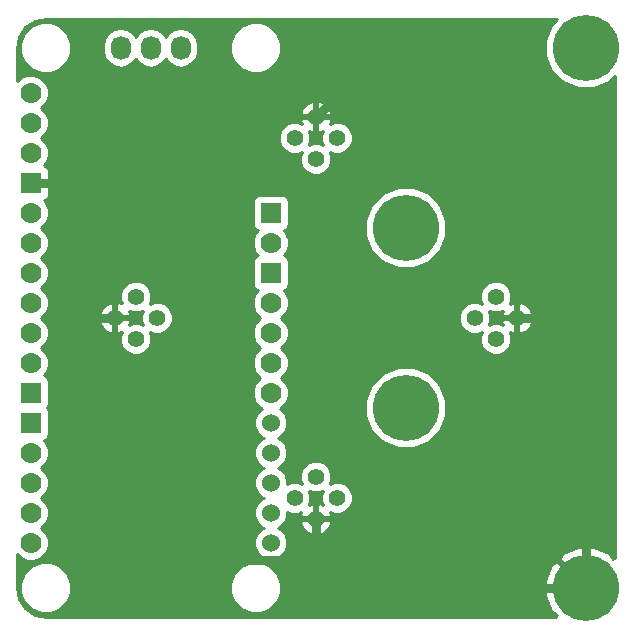
<source format=gbl>
%TF.GenerationSoftware,KiCad,Pcbnew,4.0.6-e0-6349~53~ubuntu16.04.1*%
%TF.CreationDate,2017-04-03T21:37:27+05:30*%
%TF.ProjectId,feather_v3,666561746865725F76332E6B69636164,rev?*%
%TF.FileFunction,Copper,L2,Bot,Signal*%
%FSLAX46Y46*%
G04 Gerber Fmt 4.6, Leading zero omitted, Abs format (unit mm)*
G04 Created by KiCad (PCBNEW 4.0.6-e0-6349~53~ubuntu16.04.1) date Mon Apr  3 21:37:27 2017*
%MOMM*%
%LPD*%
G01*
G04 APERTURE LIST*
%ADD10C,0.101600*%
%ADD11R,1.778000X1.778000*%
%ADD12C,1.778000*%
%ADD13C,1.524000*%
%ADD14O,1.727200X2.032000*%
%ADD15C,1.397000*%
%ADD16C,5.600000*%
%ADD17C,0.762000*%
%ADD18C,0.254000*%
G04 APERTURE END LIST*
D10*
D11*
X77470000Y-105410000D03*
X97790000Y-107950000D03*
X97790000Y-113030000D03*
X77470000Y-123190000D03*
X77470000Y-125730000D03*
D12*
X77470000Y-97790000D03*
X77470000Y-100330000D03*
X77470000Y-102870000D03*
X77470000Y-107950000D03*
X77470000Y-110490000D03*
X77470000Y-113030000D03*
X77470000Y-115570000D03*
X77470000Y-118110000D03*
X77470000Y-120650000D03*
X77470000Y-128270000D03*
X77470000Y-130810000D03*
X77470000Y-133350000D03*
X77470000Y-135890000D03*
D13*
X97790000Y-135890000D03*
X97790000Y-133350000D03*
X97790000Y-130810000D03*
X97790000Y-128270000D03*
X97790000Y-125730000D03*
D12*
X97790000Y-123190000D03*
X97790000Y-120650000D03*
X97790000Y-118110000D03*
X97790000Y-115570000D03*
X97790000Y-110490000D03*
D14*
X90170000Y-93980000D03*
X87630000Y-93980000D03*
X85090000Y-93980000D03*
D15*
X101600000Y-130283949D03*
X99803949Y-132080000D03*
X101600000Y-133876051D03*
X103396051Y-132080000D03*
D16*
X109220002Y-124460000D03*
X124460000Y-139700000D03*
X124460000Y-93980000D03*
X109220000Y-109220000D03*
D15*
X116840000Y-118636051D03*
X118636051Y-116840000D03*
X116840000Y-115043949D03*
X115043949Y-116840000D03*
X103396051Y-101600000D03*
X101600000Y-99803949D03*
X99803949Y-101600000D03*
X101600000Y-103396051D03*
X84563949Y-116840000D03*
X86360000Y-118636051D03*
X88156051Y-116840000D03*
X86360000Y-115043949D03*
D17*
X82550000Y-114826051D02*
X82550000Y-116840000D01*
X82550000Y-116840000D02*
X82550000Y-135255000D01*
X84563949Y-116840000D02*
X82550000Y-116840000D01*
X86563201Y-137363201D02*
X86995000Y-137363201D01*
X86995000Y-137363201D02*
X100761799Y-137363201D01*
X82550000Y-135255000D02*
X84658201Y-137363201D01*
X84658201Y-137363201D02*
X86995000Y-137363201D01*
X100761799Y-137363201D02*
X101600000Y-137363201D01*
X101600000Y-137363201D02*
X110693201Y-137363201D01*
X101600000Y-133876051D02*
X101600000Y-137363201D01*
X110693201Y-137363201D02*
X113030000Y-139700000D01*
X124460000Y-123190000D02*
X124460000Y-116840000D01*
X124460000Y-116840000D02*
X124460000Y-102870000D01*
X118636051Y-116840000D02*
X124460000Y-116840000D01*
X124460000Y-102870000D02*
X118745000Y-97155000D01*
X118745000Y-97155000D02*
X115570000Y-97155000D01*
X124460000Y-123190000D02*
X124460000Y-122663949D01*
X124460000Y-139700000D02*
X124460000Y-123190000D01*
X115570000Y-97155000D02*
X104248949Y-97155000D01*
X104248949Y-97155000D02*
X101600000Y-99803949D01*
X113030000Y-139700000D02*
X124460000Y-139700000D01*
X82550000Y-107315000D02*
X82550000Y-114826051D01*
X80645000Y-105410000D02*
X82550000Y-107315000D01*
X77470000Y-105410000D02*
X80645000Y-105410000D01*
D18*
G36*
X121549646Y-92031688D02*
X121025597Y-93293739D01*
X121024405Y-94660266D01*
X121546250Y-95923229D01*
X122511688Y-96890354D01*
X123773739Y-97414403D01*
X125140266Y-97415595D01*
X126403229Y-96893750D01*
X126925000Y-96372889D01*
X126925000Y-137215524D01*
X126844934Y-137135458D01*
X126732734Y-137247658D01*
X126414499Y-136793797D01*
X125153566Y-136267064D01*
X123787044Y-136262965D01*
X122522973Y-136782122D01*
X122505501Y-136793797D01*
X122187265Y-137247660D01*
X124460000Y-139520395D01*
X124474143Y-139506253D01*
X124653748Y-139685858D01*
X124639605Y-139700000D01*
X124653748Y-139714143D01*
X124474143Y-139893748D01*
X124460000Y-139879605D01*
X124445858Y-139893748D01*
X124266253Y-139714143D01*
X124280395Y-139700000D01*
X122007660Y-137427265D01*
X121553797Y-137745501D01*
X121027064Y-139006434D01*
X121022965Y-140372956D01*
X121542122Y-141637027D01*
X121553797Y-141654499D01*
X122007658Y-141972734D01*
X121895458Y-142084934D01*
X121975524Y-142165000D01*
X78809931Y-142165000D01*
X77802007Y-141964512D01*
X77006817Y-141433183D01*
X76475488Y-140637993D01*
X76373959Y-140127567D01*
X76580626Y-140127567D01*
X76908622Y-140921377D01*
X77515428Y-141529244D01*
X78308664Y-141858624D01*
X79167567Y-141859374D01*
X79961377Y-141531378D01*
X80569244Y-140924572D01*
X80898624Y-140131336D01*
X80898627Y-140127567D01*
X94360626Y-140127567D01*
X94688622Y-140921377D01*
X95295428Y-141529244D01*
X96088664Y-141858624D01*
X96947567Y-141859374D01*
X97741377Y-141531378D01*
X98349244Y-140924572D01*
X98678624Y-140131336D01*
X98679374Y-139272433D01*
X98351378Y-138478623D01*
X97744572Y-137870756D01*
X96951336Y-137541376D01*
X96092433Y-137540626D01*
X95298623Y-137868622D01*
X94690756Y-138475428D01*
X94361376Y-139268664D01*
X94360626Y-140127567D01*
X80898627Y-140127567D01*
X80899374Y-139272433D01*
X80571378Y-138478623D01*
X79964572Y-137870756D01*
X79171336Y-137541376D01*
X78312433Y-137540626D01*
X77518623Y-137868622D01*
X76910756Y-138475428D01*
X76581376Y-139268664D01*
X76580626Y-140127567D01*
X76373959Y-140127567D01*
X76275000Y-139630069D01*
X76275000Y-136850058D01*
X76605596Y-137181231D01*
X77165528Y-137413735D01*
X77771812Y-137414264D01*
X78332149Y-137182738D01*
X78761231Y-136754404D01*
X78993735Y-136194472D01*
X78994264Y-135588188D01*
X78762738Y-135027851D01*
X78355263Y-134619664D01*
X78761231Y-134214404D01*
X78993735Y-133654472D01*
X78994264Y-133048188D01*
X78762738Y-132487851D01*
X78355263Y-132079664D01*
X78761231Y-131674404D01*
X78993735Y-131114472D01*
X78994264Y-130508188D01*
X78762738Y-129947851D01*
X78355263Y-129539664D01*
X78761231Y-129134404D01*
X78993735Y-128574472D01*
X78994264Y-127968188D01*
X78762738Y-127407851D01*
X78580052Y-127224846D01*
X78594317Y-127222162D01*
X78810441Y-127083090D01*
X78955431Y-126870890D01*
X79006440Y-126619000D01*
X79006440Y-124841000D01*
X78962162Y-124605683D01*
X78867834Y-124459093D01*
X78955431Y-124330890D01*
X79006440Y-124079000D01*
X79006440Y-122301000D01*
X78962162Y-122065683D01*
X78823090Y-121849559D01*
X78610890Y-121704569D01*
X78577506Y-121697809D01*
X78761231Y-121514404D01*
X78993735Y-120954472D01*
X78994264Y-120348188D01*
X78762738Y-119787851D01*
X78355263Y-119379664D01*
X78761231Y-118974404D01*
X78993735Y-118414472D01*
X78994264Y-117808188D01*
X78762738Y-117247851D01*
X78692210Y-117177199D01*
X83246801Y-117177199D01*
X83476103Y-117655582D01*
X83871020Y-118009800D01*
X84226750Y-118157148D01*
X84436949Y-118034141D01*
X84436949Y-116967000D01*
X83369808Y-116967000D01*
X83246801Y-117177199D01*
X78692210Y-117177199D01*
X78355263Y-116839664D01*
X78692714Y-116502801D01*
X83246801Y-116502801D01*
X83369808Y-116713000D01*
X84436949Y-116713000D01*
X84436949Y-116646251D01*
X84578090Y-116646251D01*
X84757698Y-116825859D01*
X84870557Y-116713000D01*
X85758090Y-116713000D01*
X85881097Y-116502801D01*
X85753141Y-116235851D01*
X86093587Y-116377217D01*
X86624086Y-116377680D01*
X86962130Y-116238003D01*
X86822783Y-116573587D01*
X86822320Y-117104086D01*
X86961997Y-117442130D01*
X86626413Y-117302783D01*
X86095914Y-117302320D01*
X85774211Y-117435245D01*
X85881097Y-117177199D01*
X85758090Y-116967000D01*
X84870557Y-116967000D01*
X84757698Y-116854141D01*
X84578090Y-117033749D01*
X84690949Y-117146608D01*
X84690949Y-118034141D01*
X84901148Y-118157148D01*
X85168098Y-118029192D01*
X85026732Y-118369638D01*
X85026269Y-118900137D01*
X85228854Y-119390431D01*
X85603647Y-119765878D01*
X86093587Y-119969319D01*
X86624086Y-119969782D01*
X87114380Y-119767197D01*
X87489827Y-119392404D01*
X87693268Y-118902464D01*
X87693731Y-118371965D01*
X87554054Y-118033921D01*
X87889638Y-118173268D01*
X88420137Y-118173731D01*
X88910431Y-117971146D01*
X89285878Y-117596353D01*
X89489319Y-117106413D01*
X89489782Y-116575914D01*
X89287197Y-116085620D01*
X88912404Y-115710173D01*
X88422464Y-115506732D01*
X87891965Y-115506269D01*
X87553921Y-115645946D01*
X87693268Y-115310362D01*
X87693731Y-114779863D01*
X87491146Y-114289569D01*
X87116353Y-113914122D01*
X86626413Y-113710681D01*
X86095914Y-113710218D01*
X85605620Y-113912803D01*
X85230173Y-114287596D01*
X85026732Y-114777536D01*
X85026269Y-115308035D01*
X85159194Y-115629738D01*
X84901148Y-115522852D01*
X84690949Y-115645859D01*
X84690949Y-116533392D01*
X84578090Y-116646251D01*
X84436949Y-116646251D01*
X84436949Y-115645859D01*
X84226750Y-115522852D01*
X83748367Y-115752154D01*
X83394149Y-116147071D01*
X83246801Y-116502801D01*
X78692714Y-116502801D01*
X78761231Y-116434404D01*
X78993735Y-115874472D01*
X78994264Y-115268188D01*
X78762738Y-114707851D01*
X78355263Y-114299664D01*
X78761231Y-113894404D01*
X78993735Y-113334472D01*
X78994264Y-112728188D01*
X78762738Y-112167851D01*
X78355263Y-111759664D01*
X78761231Y-111354404D01*
X78993735Y-110794472D01*
X78994264Y-110188188D01*
X78762738Y-109627851D01*
X78355263Y-109219664D01*
X78761231Y-108814404D01*
X78993735Y-108254472D01*
X78994264Y-107648188D01*
X78762738Y-107087851D01*
X78735934Y-107061000D01*
X96253560Y-107061000D01*
X96253560Y-108839000D01*
X96297838Y-109074317D01*
X96436910Y-109290441D01*
X96649110Y-109435431D01*
X96682494Y-109442191D01*
X96498769Y-109625596D01*
X96266265Y-110185528D01*
X96265736Y-110791812D01*
X96497262Y-111352149D01*
X96679948Y-111535154D01*
X96665683Y-111537838D01*
X96449559Y-111676910D01*
X96304569Y-111889110D01*
X96253560Y-112141000D01*
X96253560Y-113919000D01*
X96297838Y-114154317D01*
X96436910Y-114370441D01*
X96649110Y-114515431D01*
X96682494Y-114522191D01*
X96498769Y-114705596D01*
X96266265Y-115265528D01*
X96265736Y-115871812D01*
X96497262Y-116432149D01*
X96904737Y-116840336D01*
X96498769Y-117245596D01*
X96266265Y-117805528D01*
X96265736Y-118411812D01*
X96497262Y-118972149D01*
X96904737Y-119380336D01*
X96498769Y-119785596D01*
X96266265Y-120345528D01*
X96265736Y-120951812D01*
X96497262Y-121512149D01*
X96904737Y-121920336D01*
X96498769Y-122325596D01*
X96266265Y-122885528D01*
X96265736Y-123491812D01*
X96497262Y-124052149D01*
X96925596Y-124481231D01*
X97039519Y-124528536D01*
X96999697Y-124544990D01*
X96606371Y-124937630D01*
X96393243Y-125450900D01*
X96392758Y-126006661D01*
X96604990Y-126520303D01*
X96997630Y-126913629D01*
X97205512Y-126999949D01*
X96999697Y-127084990D01*
X96606371Y-127477630D01*
X96393243Y-127990900D01*
X96392758Y-128546661D01*
X96604990Y-129060303D01*
X96997630Y-129453629D01*
X97205512Y-129539949D01*
X96999697Y-129624990D01*
X96606371Y-130017630D01*
X96393243Y-130530900D01*
X96392758Y-131086661D01*
X96604990Y-131600303D01*
X96997630Y-131993629D01*
X97205512Y-132079949D01*
X96999697Y-132164990D01*
X96606371Y-132557630D01*
X96393243Y-133070900D01*
X96392758Y-133626661D01*
X96604990Y-134140303D01*
X96997630Y-134533629D01*
X97205512Y-134619949D01*
X96999697Y-134704990D01*
X96606371Y-135097630D01*
X96393243Y-135610900D01*
X96392758Y-136166661D01*
X96604990Y-136680303D01*
X96997630Y-137073629D01*
X97510900Y-137286757D01*
X98066661Y-137287242D01*
X98580303Y-137075010D01*
X98973629Y-136682370D01*
X99186757Y-136169100D01*
X99187242Y-135613339D01*
X98975010Y-135099697D01*
X98582370Y-134706371D01*
X98374488Y-134620051D01*
X98580303Y-134535010D01*
X98902625Y-134213250D01*
X100282852Y-134213250D01*
X100512154Y-134691633D01*
X100907071Y-135045851D01*
X101262801Y-135193199D01*
X101473000Y-135070192D01*
X101473000Y-134003051D01*
X101727000Y-134003051D01*
X101727000Y-135070192D01*
X101937199Y-135193199D01*
X102415582Y-134963897D01*
X102769800Y-134568980D01*
X102917148Y-134213250D01*
X102794141Y-134003051D01*
X101727000Y-134003051D01*
X101473000Y-134003051D01*
X100405859Y-134003051D01*
X100282852Y-134213250D01*
X98902625Y-134213250D01*
X98973629Y-134142370D01*
X99186757Y-133629100D01*
X99187072Y-133267743D01*
X99537536Y-133413268D01*
X100068035Y-133413731D01*
X100389738Y-133280806D01*
X100282852Y-133538852D01*
X100405859Y-133749051D01*
X101293392Y-133749051D01*
X101406251Y-133861910D01*
X101585859Y-133682302D01*
X101473000Y-133569443D01*
X101473000Y-132681910D01*
X101262801Y-132558903D01*
X100995851Y-132686859D01*
X101137217Y-132346413D01*
X101137680Y-131815914D01*
X100998003Y-131477870D01*
X101333587Y-131617217D01*
X101864086Y-131617680D01*
X102202130Y-131478003D01*
X102062783Y-131813587D01*
X102062320Y-132344086D01*
X102195245Y-132665789D01*
X101937199Y-132558903D01*
X101727000Y-132681910D01*
X101727000Y-133569443D01*
X101614141Y-133682302D01*
X101793749Y-133861910D01*
X101906608Y-133749051D01*
X102794141Y-133749051D01*
X102917148Y-133538852D01*
X102789192Y-133271902D01*
X103129638Y-133413268D01*
X103660137Y-133413731D01*
X104150431Y-133211146D01*
X104525878Y-132836353D01*
X104729319Y-132346413D01*
X104729782Y-131815914D01*
X104527197Y-131325620D01*
X104152404Y-130950173D01*
X103662464Y-130746732D01*
X103131965Y-130746269D01*
X102793921Y-130885946D01*
X102933268Y-130550362D01*
X102933731Y-130019863D01*
X102731146Y-129529569D01*
X102356353Y-129154122D01*
X101866413Y-128950681D01*
X101335914Y-128950218D01*
X100845620Y-129152803D01*
X100470173Y-129527596D01*
X100266732Y-130017536D01*
X100266269Y-130548035D01*
X100405946Y-130886079D01*
X100070362Y-130746732D01*
X99539863Y-130746269D01*
X99186929Y-130892098D01*
X99187242Y-130533339D01*
X98975010Y-130019697D01*
X98582370Y-129626371D01*
X98374488Y-129540051D01*
X98580303Y-129455010D01*
X98973629Y-129062370D01*
X99186757Y-128549100D01*
X99187242Y-127993339D01*
X98975010Y-127479697D01*
X98582370Y-127086371D01*
X98374488Y-127000051D01*
X98580303Y-126915010D01*
X98973629Y-126522370D01*
X99186757Y-126009100D01*
X99187242Y-125453339D01*
X99057884Y-125140266D01*
X105784407Y-125140266D01*
X106306252Y-126403229D01*
X107271690Y-127370354D01*
X108533741Y-127894403D01*
X109900268Y-127895595D01*
X111163231Y-127373750D01*
X112130356Y-126408312D01*
X112654405Y-125146261D01*
X112655597Y-123779734D01*
X112133752Y-122516771D01*
X111168314Y-121549646D01*
X109906263Y-121025597D01*
X108539736Y-121024405D01*
X107276773Y-121546250D01*
X106309648Y-122511688D01*
X105785599Y-123773739D01*
X105784407Y-125140266D01*
X99057884Y-125140266D01*
X98975010Y-124939697D01*
X98582370Y-124546371D01*
X98540361Y-124528928D01*
X98652149Y-124482738D01*
X99081231Y-124054404D01*
X99313735Y-123494472D01*
X99314264Y-122888188D01*
X99082738Y-122327851D01*
X98675263Y-121919664D01*
X99081231Y-121514404D01*
X99313735Y-120954472D01*
X99314264Y-120348188D01*
X99082738Y-119787851D01*
X98675263Y-119379664D01*
X99081231Y-118974404D01*
X99313735Y-118414472D01*
X99314264Y-117808188D01*
X99082738Y-117247851D01*
X98939224Y-117104086D01*
X113710218Y-117104086D01*
X113912803Y-117594380D01*
X114287596Y-117969827D01*
X114777536Y-118173268D01*
X115308035Y-118173731D01*
X115646079Y-118034054D01*
X115506732Y-118369638D01*
X115506269Y-118900137D01*
X115708854Y-119390431D01*
X116083647Y-119765878D01*
X116573587Y-119969319D01*
X117104086Y-119969782D01*
X117594380Y-119767197D01*
X117969827Y-119392404D01*
X118173268Y-118902464D01*
X118173731Y-118371965D01*
X118040806Y-118050262D01*
X118298852Y-118157148D01*
X118509051Y-118034141D01*
X118509051Y-117146608D01*
X118621910Y-117033749D01*
X118555161Y-116967000D01*
X118763051Y-116967000D01*
X118763051Y-118034141D01*
X118973250Y-118157148D01*
X119451633Y-117927846D01*
X119805851Y-117532929D01*
X119953199Y-117177199D01*
X119830192Y-116967000D01*
X118763051Y-116967000D01*
X118555161Y-116967000D01*
X118442302Y-116854141D01*
X118329443Y-116967000D01*
X117441910Y-116967000D01*
X117318903Y-117177199D01*
X117446859Y-117444149D01*
X117106413Y-117302783D01*
X116575914Y-117302320D01*
X116237870Y-117441997D01*
X116377217Y-117106413D01*
X116377680Y-116575914D01*
X116238003Y-116237870D01*
X116573587Y-116377217D01*
X117104086Y-116377680D01*
X117425789Y-116244755D01*
X117318903Y-116502801D01*
X117441910Y-116713000D01*
X118329443Y-116713000D01*
X118442302Y-116825859D01*
X118621910Y-116646251D01*
X118509051Y-116533392D01*
X118509051Y-115645859D01*
X118763051Y-115645859D01*
X118763051Y-116713000D01*
X119830192Y-116713000D01*
X119953199Y-116502801D01*
X119723897Y-116024418D01*
X119328980Y-115670200D01*
X118973250Y-115522852D01*
X118763051Y-115645859D01*
X118509051Y-115645859D01*
X118298852Y-115522852D01*
X118031902Y-115650808D01*
X118173268Y-115310362D01*
X118173731Y-114779863D01*
X117971146Y-114289569D01*
X117596353Y-113914122D01*
X117106413Y-113710681D01*
X116575914Y-113710218D01*
X116085620Y-113912803D01*
X115710173Y-114287596D01*
X115506732Y-114777536D01*
X115506269Y-115308035D01*
X115645946Y-115646079D01*
X115310362Y-115506732D01*
X114779863Y-115506269D01*
X114289569Y-115708854D01*
X113914122Y-116083647D01*
X113710681Y-116573587D01*
X113710218Y-117104086D01*
X98939224Y-117104086D01*
X98675263Y-116839664D01*
X99081231Y-116434404D01*
X99313735Y-115874472D01*
X99314264Y-115268188D01*
X99082738Y-114707851D01*
X98900052Y-114524846D01*
X98914317Y-114522162D01*
X99130441Y-114383090D01*
X99275431Y-114170890D01*
X99326440Y-113919000D01*
X99326440Y-112141000D01*
X99282162Y-111905683D01*
X99143090Y-111689559D01*
X98930890Y-111544569D01*
X98897506Y-111537809D01*
X99081231Y-111354404D01*
X99313735Y-110794472D01*
X99314264Y-110188188D01*
X99195298Y-109900266D01*
X105784405Y-109900266D01*
X106306250Y-111163229D01*
X107271688Y-112130354D01*
X108533739Y-112654403D01*
X109900266Y-112655595D01*
X111163229Y-112133750D01*
X112130354Y-111168312D01*
X112654403Y-109906261D01*
X112655595Y-108539734D01*
X112133750Y-107276771D01*
X111168312Y-106309646D01*
X109906261Y-105785597D01*
X108539734Y-105784405D01*
X107276771Y-106306250D01*
X106309646Y-107271688D01*
X105785597Y-108533739D01*
X105784405Y-109900266D01*
X99195298Y-109900266D01*
X99082738Y-109627851D01*
X98900052Y-109444846D01*
X98914317Y-109442162D01*
X99130441Y-109303090D01*
X99275431Y-109090890D01*
X99326440Y-108839000D01*
X99326440Y-107061000D01*
X99282162Y-106825683D01*
X99143090Y-106609559D01*
X98930890Y-106464569D01*
X98679000Y-106413560D01*
X96901000Y-106413560D01*
X96665683Y-106457838D01*
X96449559Y-106596910D01*
X96304569Y-106809110D01*
X96253560Y-107061000D01*
X78735934Y-107061000D01*
X78572926Y-106897708D01*
X78718699Y-106837327D01*
X78897327Y-106658698D01*
X78994000Y-106425309D01*
X78994000Y-105695750D01*
X78835250Y-105537000D01*
X77597000Y-105537000D01*
X77597000Y-105557000D01*
X77343000Y-105557000D01*
X77343000Y-105537000D01*
X77323000Y-105537000D01*
X77323000Y-105283000D01*
X77343000Y-105283000D01*
X77343000Y-105263000D01*
X77597000Y-105263000D01*
X77597000Y-105283000D01*
X78835250Y-105283000D01*
X78994000Y-105124250D01*
X78994000Y-104394691D01*
X78897327Y-104161302D01*
X78718699Y-103982673D01*
X78572989Y-103922318D01*
X78761231Y-103734404D01*
X78993735Y-103174472D01*
X78994264Y-102568188D01*
X78762738Y-102007851D01*
X78619224Y-101864086D01*
X98470218Y-101864086D01*
X98672803Y-102354380D01*
X99047596Y-102729827D01*
X99537536Y-102933268D01*
X100068035Y-102933731D01*
X100406079Y-102794054D01*
X100266732Y-103129638D01*
X100266269Y-103660137D01*
X100468854Y-104150431D01*
X100843647Y-104525878D01*
X101333587Y-104729319D01*
X101864086Y-104729782D01*
X102354380Y-104527197D01*
X102729827Y-104152404D01*
X102933268Y-103662464D01*
X102933731Y-103131965D01*
X102794054Y-102793921D01*
X103129638Y-102933268D01*
X103660137Y-102933731D01*
X104150431Y-102731146D01*
X104525878Y-102356353D01*
X104729319Y-101866413D01*
X104729782Y-101335914D01*
X104527197Y-100845620D01*
X104152404Y-100470173D01*
X103662464Y-100266732D01*
X103131965Y-100266269D01*
X102810262Y-100399194D01*
X102917148Y-100141148D01*
X102794141Y-99930949D01*
X101906608Y-99930949D01*
X101793749Y-99818090D01*
X101614141Y-99997698D01*
X101727000Y-100110557D01*
X101727000Y-100998090D01*
X101937199Y-101121097D01*
X102204149Y-100993141D01*
X102062783Y-101333587D01*
X102062320Y-101864086D01*
X102201997Y-102202130D01*
X101866413Y-102062783D01*
X101335914Y-102062320D01*
X100997870Y-102201997D01*
X101137217Y-101866413D01*
X101137680Y-101335914D01*
X101004755Y-101014211D01*
X101262801Y-101121097D01*
X101473000Y-100998090D01*
X101473000Y-100110557D01*
X101585859Y-99997698D01*
X101406251Y-99818090D01*
X101293392Y-99930949D01*
X100405859Y-99930949D01*
X100282852Y-100141148D01*
X100410808Y-100408098D01*
X100070362Y-100266732D01*
X99539863Y-100266269D01*
X99049569Y-100468854D01*
X98674122Y-100843647D01*
X98470681Y-101333587D01*
X98470218Y-101864086D01*
X78619224Y-101864086D01*
X78355263Y-101599664D01*
X78761231Y-101194404D01*
X78993735Y-100634472D01*
X78994264Y-100028188D01*
X78762738Y-99467851D01*
X78761639Y-99466750D01*
X100282852Y-99466750D01*
X100405859Y-99676949D01*
X101473000Y-99676949D01*
X101473000Y-98609808D01*
X101727000Y-98609808D01*
X101727000Y-99676949D01*
X102794141Y-99676949D01*
X102917148Y-99466750D01*
X102687846Y-98988367D01*
X102292929Y-98634149D01*
X101937199Y-98486801D01*
X101727000Y-98609808D01*
X101473000Y-98609808D01*
X101262801Y-98486801D01*
X100784418Y-98716103D01*
X100430200Y-99111020D01*
X100282852Y-99466750D01*
X78761639Y-99466750D01*
X78355263Y-99059664D01*
X78761231Y-98654404D01*
X78993735Y-98094472D01*
X78994264Y-97488188D01*
X78762738Y-96927851D01*
X78334404Y-96498769D01*
X77774472Y-96266265D01*
X77168188Y-96265736D01*
X76607851Y-96497262D01*
X76275000Y-96829533D01*
X76275000Y-94407567D01*
X76580626Y-94407567D01*
X76908622Y-95201377D01*
X77515428Y-95809244D01*
X78308664Y-96138624D01*
X79167567Y-96139374D01*
X79961377Y-95811378D01*
X80569244Y-95204572D01*
X80898624Y-94411336D01*
X80899161Y-93795255D01*
X83591400Y-93795255D01*
X83591400Y-94164745D01*
X83705474Y-94738234D01*
X84030330Y-95224415D01*
X84516511Y-95549271D01*
X85090000Y-95663345D01*
X85663489Y-95549271D01*
X86149670Y-95224415D01*
X86360000Y-94909634D01*
X86570330Y-95224415D01*
X87056511Y-95549271D01*
X87630000Y-95663345D01*
X88203489Y-95549271D01*
X88689670Y-95224415D01*
X88900000Y-94909634D01*
X89110330Y-95224415D01*
X89596511Y-95549271D01*
X90170000Y-95663345D01*
X90743489Y-95549271D01*
X91229670Y-95224415D01*
X91554526Y-94738234D01*
X91620299Y-94407567D01*
X94360626Y-94407567D01*
X94688622Y-95201377D01*
X95295428Y-95809244D01*
X96088664Y-96138624D01*
X96947567Y-96139374D01*
X97741377Y-95811378D01*
X98349244Y-95204572D01*
X98678624Y-94411336D01*
X98679374Y-93552433D01*
X98351378Y-92758623D01*
X97744572Y-92150756D01*
X96951336Y-91821376D01*
X96092433Y-91820626D01*
X95298623Y-92148622D01*
X94690756Y-92755428D01*
X94361376Y-93548664D01*
X94360626Y-94407567D01*
X91620299Y-94407567D01*
X91668600Y-94164745D01*
X91668600Y-93795255D01*
X91554526Y-93221766D01*
X91229670Y-92735585D01*
X90743489Y-92410729D01*
X90170000Y-92296655D01*
X89596511Y-92410729D01*
X89110330Y-92735585D01*
X88900000Y-93050366D01*
X88689670Y-92735585D01*
X88203489Y-92410729D01*
X87630000Y-92296655D01*
X87056511Y-92410729D01*
X86570330Y-92735585D01*
X86360000Y-93050366D01*
X86149670Y-92735585D01*
X85663489Y-92410729D01*
X85090000Y-92296655D01*
X84516511Y-92410729D01*
X84030330Y-92735585D01*
X83705474Y-93221766D01*
X83591400Y-93795255D01*
X80899161Y-93795255D01*
X80899374Y-93552433D01*
X80571378Y-92758623D01*
X79964572Y-92150756D01*
X79171336Y-91821376D01*
X78312433Y-91820626D01*
X77518623Y-92148622D01*
X76910756Y-92755428D01*
X76581376Y-93548664D01*
X76580626Y-94407567D01*
X76275000Y-94407567D01*
X76275000Y-94049931D01*
X76475488Y-93042007D01*
X77006817Y-92246817D01*
X77802007Y-91715488D01*
X78809931Y-91515000D01*
X122067237Y-91515000D01*
X121549646Y-92031688D01*
X121549646Y-92031688D01*
G37*
X121549646Y-92031688D02*
X121025597Y-93293739D01*
X121024405Y-94660266D01*
X121546250Y-95923229D01*
X122511688Y-96890354D01*
X123773739Y-97414403D01*
X125140266Y-97415595D01*
X126403229Y-96893750D01*
X126925000Y-96372889D01*
X126925000Y-137215524D01*
X126844934Y-137135458D01*
X126732734Y-137247658D01*
X126414499Y-136793797D01*
X125153566Y-136267064D01*
X123787044Y-136262965D01*
X122522973Y-136782122D01*
X122505501Y-136793797D01*
X122187265Y-137247660D01*
X124460000Y-139520395D01*
X124474143Y-139506253D01*
X124653748Y-139685858D01*
X124639605Y-139700000D01*
X124653748Y-139714143D01*
X124474143Y-139893748D01*
X124460000Y-139879605D01*
X124445858Y-139893748D01*
X124266253Y-139714143D01*
X124280395Y-139700000D01*
X122007660Y-137427265D01*
X121553797Y-137745501D01*
X121027064Y-139006434D01*
X121022965Y-140372956D01*
X121542122Y-141637027D01*
X121553797Y-141654499D01*
X122007658Y-141972734D01*
X121895458Y-142084934D01*
X121975524Y-142165000D01*
X78809931Y-142165000D01*
X77802007Y-141964512D01*
X77006817Y-141433183D01*
X76475488Y-140637993D01*
X76373959Y-140127567D01*
X76580626Y-140127567D01*
X76908622Y-140921377D01*
X77515428Y-141529244D01*
X78308664Y-141858624D01*
X79167567Y-141859374D01*
X79961377Y-141531378D01*
X80569244Y-140924572D01*
X80898624Y-140131336D01*
X80898627Y-140127567D01*
X94360626Y-140127567D01*
X94688622Y-140921377D01*
X95295428Y-141529244D01*
X96088664Y-141858624D01*
X96947567Y-141859374D01*
X97741377Y-141531378D01*
X98349244Y-140924572D01*
X98678624Y-140131336D01*
X98679374Y-139272433D01*
X98351378Y-138478623D01*
X97744572Y-137870756D01*
X96951336Y-137541376D01*
X96092433Y-137540626D01*
X95298623Y-137868622D01*
X94690756Y-138475428D01*
X94361376Y-139268664D01*
X94360626Y-140127567D01*
X80898627Y-140127567D01*
X80899374Y-139272433D01*
X80571378Y-138478623D01*
X79964572Y-137870756D01*
X79171336Y-137541376D01*
X78312433Y-137540626D01*
X77518623Y-137868622D01*
X76910756Y-138475428D01*
X76581376Y-139268664D01*
X76580626Y-140127567D01*
X76373959Y-140127567D01*
X76275000Y-139630069D01*
X76275000Y-136850058D01*
X76605596Y-137181231D01*
X77165528Y-137413735D01*
X77771812Y-137414264D01*
X78332149Y-137182738D01*
X78761231Y-136754404D01*
X78993735Y-136194472D01*
X78994264Y-135588188D01*
X78762738Y-135027851D01*
X78355263Y-134619664D01*
X78761231Y-134214404D01*
X78993735Y-133654472D01*
X78994264Y-133048188D01*
X78762738Y-132487851D01*
X78355263Y-132079664D01*
X78761231Y-131674404D01*
X78993735Y-131114472D01*
X78994264Y-130508188D01*
X78762738Y-129947851D01*
X78355263Y-129539664D01*
X78761231Y-129134404D01*
X78993735Y-128574472D01*
X78994264Y-127968188D01*
X78762738Y-127407851D01*
X78580052Y-127224846D01*
X78594317Y-127222162D01*
X78810441Y-127083090D01*
X78955431Y-126870890D01*
X79006440Y-126619000D01*
X79006440Y-124841000D01*
X78962162Y-124605683D01*
X78867834Y-124459093D01*
X78955431Y-124330890D01*
X79006440Y-124079000D01*
X79006440Y-122301000D01*
X78962162Y-122065683D01*
X78823090Y-121849559D01*
X78610890Y-121704569D01*
X78577506Y-121697809D01*
X78761231Y-121514404D01*
X78993735Y-120954472D01*
X78994264Y-120348188D01*
X78762738Y-119787851D01*
X78355263Y-119379664D01*
X78761231Y-118974404D01*
X78993735Y-118414472D01*
X78994264Y-117808188D01*
X78762738Y-117247851D01*
X78692210Y-117177199D01*
X83246801Y-117177199D01*
X83476103Y-117655582D01*
X83871020Y-118009800D01*
X84226750Y-118157148D01*
X84436949Y-118034141D01*
X84436949Y-116967000D01*
X83369808Y-116967000D01*
X83246801Y-117177199D01*
X78692210Y-117177199D01*
X78355263Y-116839664D01*
X78692714Y-116502801D01*
X83246801Y-116502801D01*
X83369808Y-116713000D01*
X84436949Y-116713000D01*
X84436949Y-116646251D01*
X84578090Y-116646251D01*
X84757698Y-116825859D01*
X84870557Y-116713000D01*
X85758090Y-116713000D01*
X85881097Y-116502801D01*
X85753141Y-116235851D01*
X86093587Y-116377217D01*
X86624086Y-116377680D01*
X86962130Y-116238003D01*
X86822783Y-116573587D01*
X86822320Y-117104086D01*
X86961997Y-117442130D01*
X86626413Y-117302783D01*
X86095914Y-117302320D01*
X85774211Y-117435245D01*
X85881097Y-117177199D01*
X85758090Y-116967000D01*
X84870557Y-116967000D01*
X84757698Y-116854141D01*
X84578090Y-117033749D01*
X84690949Y-117146608D01*
X84690949Y-118034141D01*
X84901148Y-118157148D01*
X85168098Y-118029192D01*
X85026732Y-118369638D01*
X85026269Y-118900137D01*
X85228854Y-119390431D01*
X85603647Y-119765878D01*
X86093587Y-119969319D01*
X86624086Y-119969782D01*
X87114380Y-119767197D01*
X87489827Y-119392404D01*
X87693268Y-118902464D01*
X87693731Y-118371965D01*
X87554054Y-118033921D01*
X87889638Y-118173268D01*
X88420137Y-118173731D01*
X88910431Y-117971146D01*
X89285878Y-117596353D01*
X89489319Y-117106413D01*
X89489782Y-116575914D01*
X89287197Y-116085620D01*
X88912404Y-115710173D01*
X88422464Y-115506732D01*
X87891965Y-115506269D01*
X87553921Y-115645946D01*
X87693268Y-115310362D01*
X87693731Y-114779863D01*
X87491146Y-114289569D01*
X87116353Y-113914122D01*
X86626413Y-113710681D01*
X86095914Y-113710218D01*
X85605620Y-113912803D01*
X85230173Y-114287596D01*
X85026732Y-114777536D01*
X85026269Y-115308035D01*
X85159194Y-115629738D01*
X84901148Y-115522852D01*
X84690949Y-115645859D01*
X84690949Y-116533392D01*
X84578090Y-116646251D01*
X84436949Y-116646251D01*
X84436949Y-115645859D01*
X84226750Y-115522852D01*
X83748367Y-115752154D01*
X83394149Y-116147071D01*
X83246801Y-116502801D01*
X78692714Y-116502801D01*
X78761231Y-116434404D01*
X78993735Y-115874472D01*
X78994264Y-115268188D01*
X78762738Y-114707851D01*
X78355263Y-114299664D01*
X78761231Y-113894404D01*
X78993735Y-113334472D01*
X78994264Y-112728188D01*
X78762738Y-112167851D01*
X78355263Y-111759664D01*
X78761231Y-111354404D01*
X78993735Y-110794472D01*
X78994264Y-110188188D01*
X78762738Y-109627851D01*
X78355263Y-109219664D01*
X78761231Y-108814404D01*
X78993735Y-108254472D01*
X78994264Y-107648188D01*
X78762738Y-107087851D01*
X78735934Y-107061000D01*
X96253560Y-107061000D01*
X96253560Y-108839000D01*
X96297838Y-109074317D01*
X96436910Y-109290441D01*
X96649110Y-109435431D01*
X96682494Y-109442191D01*
X96498769Y-109625596D01*
X96266265Y-110185528D01*
X96265736Y-110791812D01*
X96497262Y-111352149D01*
X96679948Y-111535154D01*
X96665683Y-111537838D01*
X96449559Y-111676910D01*
X96304569Y-111889110D01*
X96253560Y-112141000D01*
X96253560Y-113919000D01*
X96297838Y-114154317D01*
X96436910Y-114370441D01*
X96649110Y-114515431D01*
X96682494Y-114522191D01*
X96498769Y-114705596D01*
X96266265Y-115265528D01*
X96265736Y-115871812D01*
X96497262Y-116432149D01*
X96904737Y-116840336D01*
X96498769Y-117245596D01*
X96266265Y-117805528D01*
X96265736Y-118411812D01*
X96497262Y-118972149D01*
X96904737Y-119380336D01*
X96498769Y-119785596D01*
X96266265Y-120345528D01*
X96265736Y-120951812D01*
X96497262Y-121512149D01*
X96904737Y-121920336D01*
X96498769Y-122325596D01*
X96266265Y-122885528D01*
X96265736Y-123491812D01*
X96497262Y-124052149D01*
X96925596Y-124481231D01*
X97039519Y-124528536D01*
X96999697Y-124544990D01*
X96606371Y-124937630D01*
X96393243Y-125450900D01*
X96392758Y-126006661D01*
X96604990Y-126520303D01*
X96997630Y-126913629D01*
X97205512Y-126999949D01*
X96999697Y-127084990D01*
X96606371Y-127477630D01*
X96393243Y-127990900D01*
X96392758Y-128546661D01*
X96604990Y-129060303D01*
X96997630Y-129453629D01*
X97205512Y-129539949D01*
X96999697Y-129624990D01*
X96606371Y-130017630D01*
X96393243Y-130530900D01*
X96392758Y-131086661D01*
X96604990Y-131600303D01*
X96997630Y-131993629D01*
X97205512Y-132079949D01*
X96999697Y-132164990D01*
X96606371Y-132557630D01*
X96393243Y-133070900D01*
X96392758Y-133626661D01*
X96604990Y-134140303D01*
X96997630Y-134533629D01*
X97205512Y-134619949D01*
X96999697Y-134704990D01*
X96606371Y-135097630D01*
X96393243Y-135610900D01*
X96392758Y-136166661D01*
X96604990Y-136680303D01*
X96997630Y-137073629D01*
X97510900Y-137286757D01*
X98066661Y-137287242D01*
X98580303Y-137075010D01*
X98973629Y-136682370D01*
X99186757Y-136169100D01*
X99187242Y-135613339D01*
X98975010Y-135099697D01*
X98582370Y-134706371D01*
X98374488Y-134620051D01*
X98580303Y-134535010D01*
X98902625Y-134213250D01*
X100282852Y-134213250D01*
X100512154Y-134691633D01*
X100907071Y-135045851D01*
X101262801Y-135193199D01*
X101473000Y-135070192D01*
X101473000Y-134003051D01*
X101727000Y-134003051D01*
X101727000Y-135070192D01*
X101937199Y-135193199D01*
X102415582Y-134963897D01*
X102769800Y-134568980D01*
X102917148Y-134213250D01*
X102794141Y-134003051D01*
X101727000Y-134003051D01*
X101473000Y-134003051D01*
X100405859Y-134003051D01*
X100282852Y-134213250D01*
X98902625Y-134213250D01*
X98973629Y-134142370D01*
X99186757Y-133629100D01*
X99187072Y-133267743D01*
X99537536Y-133413268D01*
X100068035Y-133413731D01*
X100389738Y-133280806D01*
X100282852Y-133538852D01*
X100405859Y-133749051D01*
X101293392Y-133749051D01*
X101406251Y-133861910D01*
X101585859Y-133682302D01*
X101473000Y-133569443D01*
X101473000Y-132681910D01*
X101262801Y-132558903D01*
X100995851Y-132686859D01*
X101137217Y-132346413D01*
X101137680Y-131815914D01*
X100998003Y-131477870D01*
X101333587Y-131617217D01*
X101864086Y-131617680D01*
X102202130Y-131478003D01*
X102062783Y-131813587D01*
X102062320Y-132344086D01*
X102195245Y-132665789D01*
X101937199Y-132558903D01*
X101727000Y-132681910D01*
X101727000Y-133569443D01*
X101614141Y-133682302D01*
X101793749Y-133861910D01*
X101906608Y-133749051D01*
X102794141Y-133749051D01*
X102917148Y-133538852D01*
X102789192Y-133271902D01*
X103129638Y-133413268D01*
X103660137Y-133413731D01*
X104150431Y-133211146D01*
X104525878Y-132836353D01*
X104729319Y-132346413D01*
X104729782Y-131815914D01*
X104527197Y-131325620D01*
X104152404Y-130950173D01*
X103662464Y-130746732D01*
X103131965Y-130746269D01*
X102793921Y-130885946D01*
X102933268Y-130550362D01*
X102933731Y-130019863D01*
X102731146Y-129529569D01*
X102356353Y-129154122D01*
X101866413Y-128950681D01*
X101335914Y-128950218D01*
X100845620Y-129152803D01*
X100470173Y-129527596D01*
X100266732Y-130017536D01*
X100266269Y-130548035D01*
X100405946Y-130886079D01*
X100070362Y-130746732D01*
X99539863Y-130746269D01*
X99186929Y-130892098D01*
X99187242Y-130533339D01*
X98975010Y-130019697D01*
X98582370Y-129626371D01*
X98374488Y-129540051D01*
X98580303Y-129455010D01*
X98973629Y-129062370D01*
X99186757Y-128549100D01*
X99187242Y-127993339D01*
X98975010Y-127479697D01*
X98582370Y-127086371D01*
X98374488Y-127000051D01*
X98580303Y-126915010D01*
X98973629Y-126522370D01*
X99186757Y-126009100D01*
X99187242Y-125453339D01*
X99057884Y-125140266D01*
X105784407Y-125140266D01*
X106306252Y-126403229D01*
X107271690Y-127370354D01*
X108533741Y-127894403D01*
X109900268Y-127895595D01*
X111163231Y-127373750D01*
X112130356Y-126408312D01*
X112654405Y-125146261D01*
X112655597Y-123779734D01*
X112133752Y-122516771D01*
X111168314Y-121549646D01*
X109906263Y-121025597D01*
X108539736Y-121024405D01*
X107276773Y-121546250D01*
X106309648Y-122511688D01*
X105785599Y-123773739D01*
X105784407Y-125140266D01*
X99057884Y-125140266D01*
X98975010Y-124939697D01*
X98582370Y-124546371D01*
X98540361Y-124528928D01*
X98652149Y-124482738D01*
X99081231Y-124054404D01*
X99313735Y-123494472D01*
X99314264Y-122888188D01*
X99082738Y-122327851D01*
X98675263Y-121919664D01*
X99081231Y-121514404D01*
X99313735Y-120954472D01*
X99314264Y-120348188D01*
X99082738Y-119787851D01*
X98675263Y-119379664D01*
X99081231Y-118974404D01*
X99313735Y-118414472D01*
X99314264Y-117808188D01*
X99082738Y-117247851D01*
X98939224Y-117104086D01*
X113710218Y-117104086D01*
X113912803Y-117594380D01*
X114287596Y-117969827D01*
X114777536Y-118173268D01*
X115308035Y-118173731D01*
X115646079Y-118034054D01*
X115506732Y-118369638D01*
X115506269Y-118900137D01*
X115708854Y-119390431D01*
X116083647Y-119765878D01*
X116573587Y-119969319D01*
X117104086Y-119969782D01*
X117594380Y-119767197D01*
X117969827Y-119392404D01*
X118173268Y-118902464D01*
X118173731Y-118371965D01*
X118040806Y-118050262D01*
X118298852Y-118157148D01*
X118509051Y-118034141D01*
X118509051Y-117146608D01*
X118621910Y-117033749D01*
X118555161Y-116967000D01*
X118763051Y-116967000D01*
X118763051Y-118034141D01*
X118973250Y-118157148D01*
X119451633Y-117927846D01*
X119805851Y-117532929D01*
X119953199Y-117177199D01*
X119830192Y-116967000D01*
X118763051Y-116967000D01*
X118555161Y-116967000D01*
X118442302Y-116854141D01*
X118329443Y-116967000D01*
X117441910Y-116967000D01*
X117318903Y-117177199D01*
X117446859Y-117444149D01*
X117106413Y-117302783D01*
X116575914Y-117302320D01*
X116237870Y-117441997D01*
X116377217Y-117106413D01*
X116377680Y-116575914D01*
X116238003Y-116237870D01*
X116573587Y-116377217D01*
X117104086Y-116377680D01*
X117425789Y-116244755D01*
X117318903Y-116502801D01*
X117441910Y-116713000D01*
X118329443Y-116713000D01*
X118442302Y-116825859D01*
X118621910Y-116646251D01*
X118509051Y-116533392D01*
X118509051Y-115645859D01*
X118763051Y-115645859D01*
X118763051Y-116713000D01*
X119830192Y-116713000D01*
X119953199Y-116502801D01*
X119723897Y-116024418D01*
X119328980Y-115670200D01*
X118973250Y-115522852D01*
X118763051Y-115645859D01*
X118509051Y-115645859D01*
X118298852Y-115522852D01*
X118031902Y-115650808D01*
X118173268Y-115310362D01*
X118173731Y-114779863D01*
X117971146Y-114289569D01*
X117596353Y-113914122D01*
X117106413Y-113710681D01*
X116575914Y-113710218D01*
X116085620Y-113912803D01*
X115710173Y-114287596D01*
X115506732Y-114777536D01*
X115506269Y-115308035D01*
X115645946Y-115646079D01*
X115310362Y-115506732D01*
X114779863Y-115506269D01*
X114289569Y-115708854D01*
X113914122Y-116083647D01*
X113710681Y-116573587D01*
X113710218Y-117104086D01*
X98939224Y-117104086D01*
X98675263Y-116839664D01*
X99081231Y-116434404D01*
X99313735Y-115874472D01*
X99314264Y-115268188D01*
X99082738Y-114707851D01*
X98900052Y-114524846D01*
X98914317Y-114522162D01*
X99130441Y-114383090D01*
X99275431Y-114170890D01*
X99326440Y-113919000D01*
X99326440Y-112141000D01*
X99282162Y-111905683D01*
X99143090Y-111689559D01*
X98930890Y-111544569D01*
X98897506Y-111537809D01*
X99081231Y-111354404D01*
X99313735Y-110794472D01*
X99314264Y-110188188D01*
X99195298Y-109900266D01*
X105784405Y-109900266D01*
X106306250Y-111163229D01*
X107271688Y-112130354D01*
X108533739Y-112654403D01*
X109900266Y-112655595D01*
X111163229Y-112133750D01*
X112130354Y-111168312D01*
X112654403Y-109906261D01*
X112655595Y-108539734D01*
X112133750Y-107276771D01*
X111168312Y-106309646D01*
X109906261Y-105785597D01*
X108539734Y-105784405D01*
X107276771Y-106306250D01*
X106309646Y-107271688D01*
X105785597Y-108533739D01*
X105784405Y-109900266D01*
X99195298Y-109900266D01*
X99082738Y-109627851D01*
X98900052Y-109444846D01*
X98914317Y-109442162D01*
X99130441Y-109303090D01*
X99275431Y-109090890D01*
X99326440Y-108839000D01*
X99326440Y-107061000D01*
X99282162Y-106825683D01*
X99143090Y-106609559D01*
X98930890Y-106464569D01*
X98679000Y-106413560D01*
X96901000Y-106413560D01*
X96665683Y-106457838D01*
X96449559Y-106596910D01*
X96304569Y-106809110D01*
X96253560Y-107061000D01*
X78735934Y-107061000D01*
X78572926Y-106897708D01*
X78718699Y-106837327D01*
X78897327Y-106658698D01*
X78994000Y-106425309D01*
X78994000Y-105695750D01*
X78835250Y-105537000D01*
X77597000Y-105537000D01*
X77597000Y-105557000D01*
X77343000Y-105557000D01*
X77343000Y-105537000D01*
X77323000Y-105537000D01*
X77323000Y-105283000D01*
X77343000Y-105283000D01*
X77343000Y-105263000D01*
X77597000Y-105263000D01*
X77597000Y-105283000D01*
X78835250Y-105283000D01*
X78994000Y-105124250D01*
X78994000Y-104394691D01*
X78897327Y-104161302D01*
X78718699Y-103982673D01*
X78572989Y-103922318D01*
X78761231Y-103734404D01*
X78993735Y-103174472D01*
X78994264Y-102568188D01*
X78762738Y-102007851D01*
X78619224Y-101864086D01*
X98470218Y-101864086D01*
X98672803Y-102354380D01*
X99047596Y-102729827D01*
X99537536Y-102933268D01*
X100068035Y-102933731D01*
X100406079Y-102794054D01*
X100266732Y-103129638D01*
X100266269Y-103660137D01*
X100468854Y-104150431D01*
X100843647Y-104525878D01*
X101333587Y-104729319D01*
X101864086Y-104729782D01*
X102354380Y-104527197D01*
X102729827Y-104152404D01*
X102933268Y-103662464D01*
X102933731Y-103131965D01*
X102794054Y-102793921D01*
X103129638Y-102933268D01*
X103660137Y-102933731D01*
X104150431Y-102731146D01*
X104525878Y-102356353D01*
X104729319Y-101866413D01*
X104729782Y-101335914D01*
X104527197Y-100845620D01*
X104152404Y-100470173D01*
X103662464Y-100266732D01*
X103131965Y-100266269D01*
X102810262Y-100399194D01*
X102917148Y-100141148D01*
X102794141Y-99930949D01*
X101906608Y-99930949D01*
X101793749Y-99818090D01*
X101614141Y-99997698D01*
X101727000Y-100110557D01*
X101727000Y-100998090D01*
X101937199Y-101121097D01*
X102204149Y-100993141D01*
X102062783Y-101333587D01*
X102062320Y-101864086D01*
X102201997Y-102202130D01*
X101866413Y-102062783D01*
X101335914Y-102062320D01*
X100997870Y-102201997D01*
X101137217Y-101866413D01*
X101137680Y-101335914D01*
X101004755Y-101014211D01*
X101262801Y-101121097D01*
X101473000Y-100998090D01*
X101473000Y-100110557D01*
X101585859Y-99997698D01*
X101406251Y-99818090D01*
X101293392Y-99930949D01*
X100405859Y-99930949D01*
X100282852Y-100141148D01*
X100410808Y-100408098D01*
X100070362Y-100266732D01*
X99539863Y-100266269D01*
X99049569Y-100468854D01*
X98674122Y-100843647D01*
X98470681Y-101333587D01*
X98470218Y-101864086D01*
X78619224Y-101864086D01*
X78355263Y-101599664D01*
X78761231Y-101194404D01*
X78993735Y-100634472D01*
X78994264Y-100028188D01*
X78762738Y-99467851D01*
X78761639Y-99466750D01*
X100282852Y-99466750D01*
X100405859Y-99676949D01*
X101473000Y-99676949D01*
X101473000Y-98609808D01*
X101727000Y-98609808D01*
X101727000Y-99676949D01*
X102794141Y-99676949D01*
X102917148Y-99466750D01*
X102687846Y-98988367D01*
X102292929Y-98634149D01*
X101937199Y-98486801D01*
X101727000Y-98609808D01*
X101473000Y-98609808D01*
X101262801Y-98486801D01*
X100784418Y-98716103D01*
X100430200Y-99111020D01*
X100282852Y-99466750D01*
X78761639Y-99466750D01*
X78355263Y-99059664D01*
X78761231Y-98654404D01*
X78993735Y-98094472D01*
X78994264Y-97488188D01*
X78762738Y-96927851D01*
X78334404Y-96498769D01*
X77774472Y-96266265D01*
X77168188Y-96265736D01*
X76607851Y-96497262D01*
X76275000Y-96829533D01*
X76275000Y-94407567D01*
X76580626Y-94407567D01*
X76908622Y-95201377D01*
X77515428Y-95809244D01*
X78308664Y-96138624D01*
X79167567Y-96139374D01*
X79961377Y-95811378D01*
X80569244Y-95204572D01*
X80898624Y-94411336D01*
X80899161Y-93795255D01*
X83591400Y-93795255D01*
X83591400Y-94164745D01*
X83705474Y-94738234D01*
X84030330Y-95224415D01*
X84516511Y-95549271D01*
X85090000Y-95663345D01*
X85663489Y-95549271D01*
X86149670Y-95224415D01*
X86360000Y-94909634D01*
X86570330Y-95224415D01*
X87056511Y-95549271D01*
X87630000Y-95663345D01*
X88203489Y-95549271D01*
X88689670Y-95224415D01*
X88900000Y-94909634D01*
X89110330Y-95224415D01*
X89596511Y-95549271D01*
X90170000Y-95663345D01*
X90743489Y-95549271D01*
X91229670Y-95224415D01*
X91554526Y-94738234D01*
X91620299Y-94407567D01*
X94360626Y-94407567D01*
X94688622Y-95201377D01*
X95295428Y-95809244D01*
X96088664Y-96138624D01*
X96947567Y-96139374D01*
X97741377Y-95811378D01*
X98349244Y-95204572D01*
X98678624Y-94411336D01*
X98679374Y-93552433D01*
X98351378Y-92758623D01*
X97744572Y-92150756D01*
X96951336Y-91821376D01*
X96092433Y-91820626D01*
X95298623Y-92148622D01*
X94690756Y-92755428D01*
X94361376Y-93548664D01*
X94360626Y-94407567D01*
X91620299Y-94407567D01*
X91668600Y-94164745D01*
X91668600Y-93795255D01*
X91554526Y-93221766D01*
X91229670Y-92735585D01*
X90743489Y-92410729D01*
X90170000Y-92296655D01*
X89596511Y-92410729D01*
X89110330Y-92735585D01*
X88900000Y-93050366D01*
X88689670Y-92735585D01*
X88203489Y-92410729D01*
X87630000Y-92296655D01*
X87056511Y-92410729D01*
X86570330Y-92735585D01*
X86360000Y-93050366D01*
X86149670Y-92735585D01*
X85663489Y-92410729D01*
X85090000Y-92296655D01*
X84516511Y-92410729D01*
X84030330Y-92735585D01*
X83705474Y-93221766D01*
X83591400Y-93795255D01*
X80899161Y-93795255D01*
X80899374Y-93552433D01*
X80571378Y-92758623D01*
X79964572Y-92150756D01*
X79171336Y-91821376D01*
X78312433Y-91820626D01*
X77518623Y-92148622D01*
X76910756Y-92755428D01*
X76581376Y-93548664D01*
X76580626Y-94407567D01*
X76275000Y-94407567D01*
X76275000Y-94049931D01*
X76475488Y-93042007D01*
X77006817Y-92246817D01*
X77802007Y-91715488D01*
X78809931Y-91515000D01*
X122067237Y-91515000D01*
X121549646Y-92031688D01*
M02*

</source>
